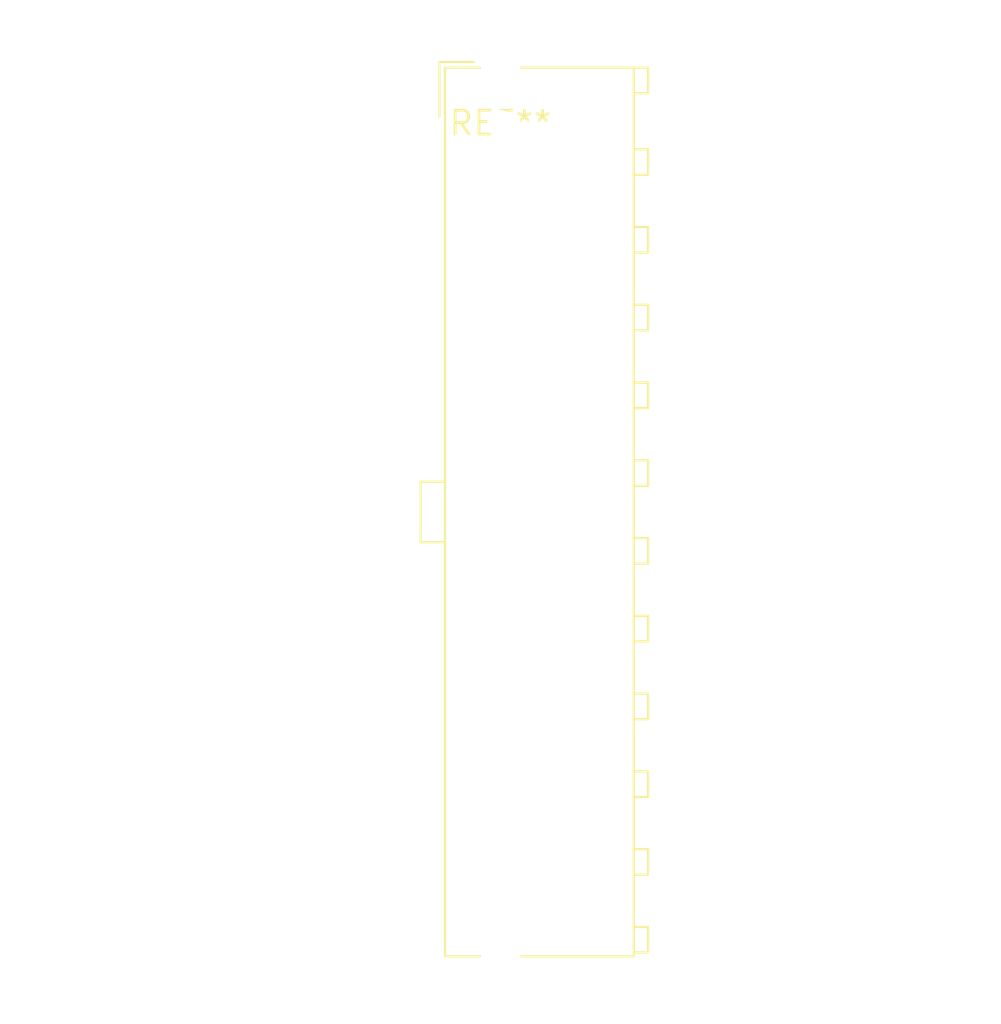
<source format=kicad_pcb>
(kicad_pcb (version 20240108) (generator pcbnew)
  (layers (0 "F.Cu" signal) (31 "B.Cu" signal) (34 "B.Paste" user) (35 "F.Paste" user) (36 "B.SilkS" user "B.Silkscreen") (37 "F.SilkS" user "F.Silkscreen") (38 "B.Mask" user) (39 "F.Mask" user) (44 "Edge.Cuts" user))
  (net 0 "")
  (footprint "TE_MATE-N-LOK_1-794071-x_2x11_P4.14mm_Vertical" (layer "F.Cu") (at 0 0)
    (property "Reference" "REF**")
    (property "Value" "TE_MATE-N-LOK_1-794071-x_2x11_P4.14mm_Vertical")
    (fp_line (start -4.255 19.09) (end -4.255 22.31) (layer "F.SilkS") (stroke (width 0.12)))
    (fp_line (start -4.255 22.31) (end -2.955 22.31) (layer "F.SilkS") (stroke (width 0.12)))
    (fp_line (start -3.255 -3.255) (end -3.255 -0.345) (layer "F.SilkS") (stroke (width 0.12)))
    (fp_line (start -2.955 -2.955) (end -2.955 44.355) (layer "F.SilkS") (stroke (width 0.12)))
    (fp_line (start -2.955 19.09) (end -4.255 19.09) (layer "F.SilkS") (stroke (width 0.12)))
    (fp_line (start -2.955 44.355) (end -1.103302 44.355) (layer "F.SilkS") (stroke (width 0.12)))
    (fp_line (start -1.42066 -3.255) (end -3.255 -3.255) (layer "F.SilkS") (stroke (width 0.12)))
    (fp_line (start -1.103302 -2.955) (end -2.955 -2.955) (layer "F.SilkS") (stroke (width 0.12)))
    (fp_line (start 1.103302 -2.955) (end 7.095 -2.955) (layer "F.SilkS") (stroke (width 0.12)))
    (fp_line (start 7.095 -2.955) (end 7.095 44.355) (layer "F.SilkS") (stroke (width 0.12)))
    (fp_line (start 7.095 -2.955) (end 7.855 -2.955) (layer "F.SilkS") (stroke (width 0.12)))
    (fp_line (start 7.095 1.39) (end 7.855 1.39) (layer "F.SilkS") (stroke (width 0.12)))
    (fp_line (start 7.095 5.53) (end 7.855 5.53) (layer "F.SilkS") (stroke (width 0.12)))
    (fp_line (start 7.095 9.67) (end 7.855 9.67) (layer "F.SilkS") (stroke (width 0.12)))
    (fp_line (start 7.095 13.81) (end 7.855 13.81) (layer "F.SilkS") (stroke (width 0.12)))
    (fp_line (start 7.095 17.95) (end 7.855 17.95) (layer "F.SilkS") (stroke (width 0.12)))
    (fp_line (start 7.095 22.09) (end 7.855 22.09) (layer "F.SilkS") (stroke (width 0.12)))
    (fp_line (start 7.095 26.23) (end 7.855 26.23) (layer "F.SilkS") (stroke (width 0.12)))
    (fp_line (start 7.095 30.37) (end 7.855 30.37) (layer "F.SilkS") (stroke (width 0.12)))
    (fp_line (start 7.095 34.51) (end 7.855 34.51) (layer "F.SilkS") (stroke (width 0.12)))
    (fp_line (start 7.095 38.65) (end 7.855 38.65) (layer "F.SilkS") (stroke (width 0.12)))
    (fp_line (start 7.095 42.79) (end 7.855 42.79) (layer "F.SilkS") (stroke (width 0.12)))
    (fp_line (start 7.095 44.355) (end 1.103302 44.355) (layer "F.SilkS") (stroke (width 0.12)))
    (fp_line (start 7.855 -2.955) (end 7.855 -1.595) (layer "F.SilkS") (stroke (width 0.12)))
    (fp_line (start 7.855 -1.595) (end 7.095 -1.595) (layer "F.SilkS") (stroke (width 0.12)))
    (fp_line (start 7.855 1.39) (end 7.855 2.75) (layer "F.SilkS") (stroke (width 0.12)))
    (fp_line (start 7.855 2.75) (end 7.095 2.75) (layer "F.SilkS") (stroke (width 0.12)))
    (fp_line (start 7.855 5.53) (end 7.855 6.89) (layer "F.SilkS") (stroke (width 0.12)))
    (fp_line (start 7.855 6.89) (end 7.095 6.89) (layer "F.SilkS") (stroke (width 0.12)))
    (fp_line (start 7.855 9.67) (end 7.855 11.03) (layer "F.SilkS") (stroke (width 0.12)))
    (fp_line (start 7.855 11.03) (end 7.095 11.03) (layer "F.SilkS") (stroke (width 0.12)))
    (fp_line (start 7.855 13.81) (end 7.855 15.17) (layer "F.SilkS") (stroke (width 0.12)))
    (fp_line (start 7.855 15.17) (end 7.095 15.17) (layer "F.SilkS") (stroke (width 0.12)))
    (fp_line (start 7.855 17.95) (end 7.855 19.31) (layer "F.SilkS") (stroke (width 0.12)))
    (fp_line (start 7.855 19.31) (end 7.095 19.31) (layer "F.SilkS") (stroke (width 0.12)))
    (fp_line (start 7.855 22.09) (end 7.855 23.45) (layer "F.SilkS") (stroke (width 0.12)))
    (fp_line (start 7.855 23.45) (end 7.095 23.45) (layer "F.SilkS") (stroke (width 0.12)))
    (fp_line (start 7.855 26.23) (end 7.855 27.59) (layer "F.SilkS") (stroke (width 0.12)))
    (fp_line (start 7.855 27.59) (end 7.095 27.59) (layer "F.SilkS") (stroke (width 0.12)))
    (fp_line (start 7.855 30.37) (end 7.855 31.73) (layer "F.SilkS") (stroke (width 0.12)))
    (fp_line (start 7.855 31.73) (end 7.095 31.73) (layer "F.SilkS") (stroke (width 0.12)))
    (fp_line (start 7.855 34.51) (end 7.855 35.87) (layer "F.SilkS") (stroke (width 0.12)))
    (fp_line (start 7.855 35.87) (end 7.095 35.87) (layer "F.SilkS") (stroke (width 0.12)))
    (fp_line (start 7.855 38.65) (end 7.855 40.01) (layer "F.SilkS") (stroke (width 0.12)))
    (fp_line (start 7.855 40.01) (end 7.095 40.01) (layer "F.SilkS") (stroke (width 0.12)))
    (fp_line (start 7.855 42.79) (end 7.855 44.15) (layer "F.SilkS") (stroke (width 0.12)))
    (fp_line (start 7.855 44.15) (end 7.095 44.15) (layer "F.SilkS") (stroke (width 0.12)))
    (pad "" np_thru_hole circle (at 0 -4.44) (size 3.18 3.18) (drill 3.18) (layers *.Cu *.Mask))
    (pad "" np_thru_hole circle (at 0 45.84) (size 3.18 3.18) (drill 3.18) (layers *.Cu *.Mask))
    (pad "1" thru_hole roundrect (at 0 0) (size 2.64 2.64) (drill 1.4) (layers *.Cu *.Mask) (remove_unused_layers) (roundrect_rratio 0.094697))
    (pad "2" thru_hole circle (at 0 4.14) (size 2.64 2.64) (drill 1.4) (layers *.Cu *.Mask) (remove_unused_layers))
    (pad "3" thru_hole circle (at 0 8.28) (size 2.64 2.64) (drill 1.4) (layers *.Cu *.Mask) (remove_unused_layers))
    (pad "4" thru_hole circle (at 0 12.42) (size 2.64 2.64) (drill 1.4) (layers *.Cu *.Mask) (remove_unused_layers))
    (pad "5" thru_hole circle (at 0 16.56) (size 2.64 2.64) (drill 1.4) (layers *.Cu *.Mask) (remove_unused_layers))
    (pad "6" thru_hole circle (at 0 20.7) (size 2.64 2.64) (drill 1.4) (layers *.Cu *.Mask) (remove_unused_layers))
    (pad "7" thru_hole circle (at 0 24.84) (size 2.64 2.64) (drill 1.4) (layers *.Cu *.Mask) (remove_unused_layers))
    (pad "8" thru_hole circle (at 0 28.98) (size 2.64 2.64) (drill 1.4) (layers *.Cu *.Mask) (remove_unused_layers))
    (pad "9" thru_hole circle (at 0 33.12) (size 2.64 2.64) (drill 1.4) (layers *.Cu *.Mask) (remove_unused_layers))
    (pad "10" thru_hole circle (at 0 37.26) (size 2.64 2.64) (drill 1.4) (layers *.Cu *.Mask) (remove_unused_layers))
    (pad "11" thru_hole circle (at 0 41.4) (size 2.64 2.64) (drill 1.4) (layers *.Cu *.Mask) (remove_unused_layers))
    (pad "12" thru_hole circle (at 4.14 0) (size 2.64 2.64) (drill 1.4) (layers *.Cu *.Mask) (remove_unused_layers))
    (pad "13" thru_hole circle (at 4.14 4.14) (size 2.64 2.64) (drill 1.4) (layers *.Cu *.Mask) (remove_unused_layers))
    (pad "14" thru_hole circle (at 4.14 8.28) (size 2.64 2.64) (drill 1.4) (layers *.Cu *.Mask) (remove_unused_layers))
    (pad "15" thru_hole circle (at 4.14 12.42) (size 2.64 2.64) (drill 1.4) (layers *.Cu *.Mask) (remove_unused_layers))
    (pad "16" thru_hole circle (at 4.14 16.56) (size 2.64 2.64) (drill 1.4) (layers *.Cu *.Mask) (remove_unused_layers))
    (pad "17" thru_hole circle (at 4.14 20.7) (size 2.64 2.64) (drill 1.4) (layers *.Cu *.Mask) (remove_unused_layers))
    (pad "18" thru_hole circle (at 4.14 24.84) (size 2.64 2.64) (drill 1.4) (layers *.Cu *.Mask) (remove_unused_layers))
    (pad "19" thru_hole circle (at 4.14 28.98) (size 2.64 2.64) (drill 1.4) (layers *.Cu *.Mask) (remove_unused_layers))
    (pad "20" thru_hole circle (at 4.14 33.12) (size 2.64 2.64) (drill 1.4) (layers *.Cu *.Mask) (remove_unused_layers))
    (pad "21" thru_hole circle (at 4.14 37.26) (size 2.64 2.64) (drill 1.4) (layers *.Cu *.Mask) (remove_unused_layers))
    (pad "22" thru_hole circle (at 4.14 41.4) (size 2.64 2.64) (drill 1.4) (layers *.Cu *.Mask) (remove_unused_layers))
  )
)
</source>
